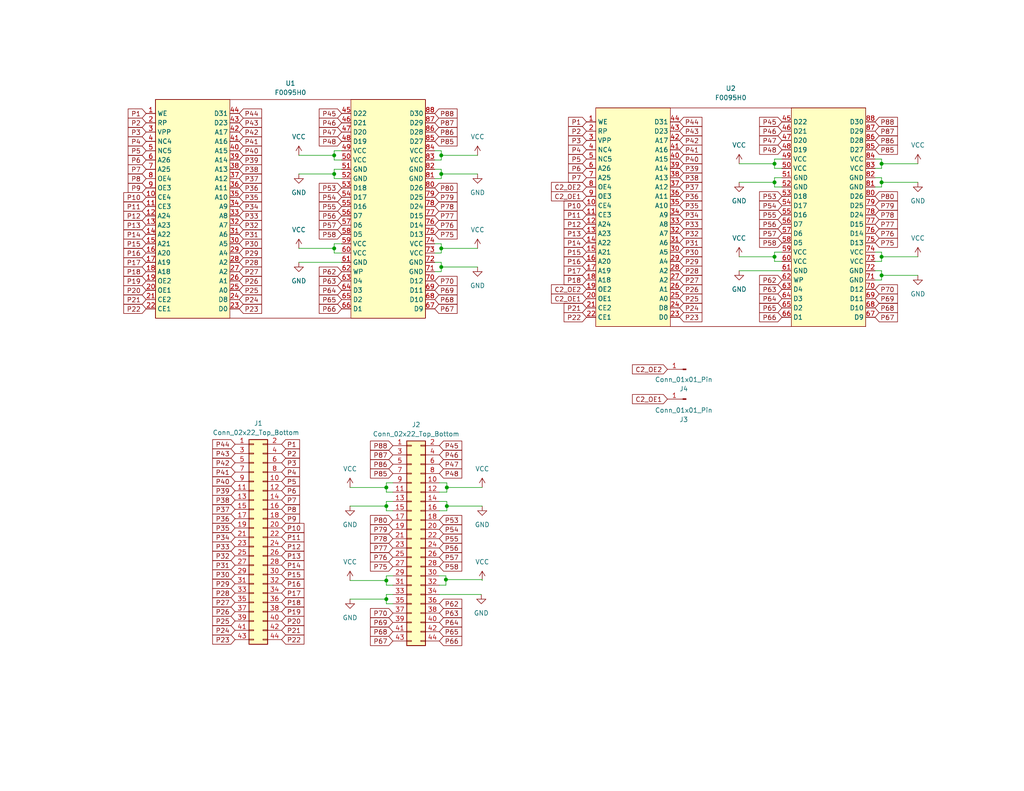
<source format=kicad_sch>
(kicad_sch (version 20230121) (generator eeschema)
  (paper "USLetter")
  (title_block (title "NeoGeo 161in1 Dual Daughterboard") (date "${REV}") (rev "${REV}"))
  (lib_symbols
    (symbol "Connector:Conn_01x01_Pin" (pin_names (offset 1.016) hide)
      (property "Reference" "J" (at 0 2.54 0))
      (property "Value" "Conn_01x01_Pin" (at 0 -2.54 0))
      (symbol "Conn_01x01_Pin_1_1"
        (polyline (pts (xy 1.27 0) (xy 0.8636 0)) (stroke (width 0.1524)))
        (rectangle (start 0.8636 0.127) (end 0 -0.127) (stroke (width 0.1524)) (fill (type outline)))
        (pin passive line (at 5.08 0 180) (length 3.81) (name "Pin_1") (number "1"))
      )
    )
    (symbol "Connector_Generic:Conn_02x22_Odd_Even" (pin_names (offset 1.016) hide)
      (property "Reference" "J" (at 1.27 27.94 0))
      (property "Value" "Conn_02x22_Odd_Even" (at 1.27 -30.48 0))
      (symbol "Conn_02x22_Odd_Even_1_1"
        (rectangle (start -1.27 -27.813) (end 0 -28.067) (stroke (width 0.1524)))
        (rectangle (start -1.27 -25.273) (end 0 -25.527) (stroke (width 0.1524)))
        (rectangle (start -1.27 -22.733) (end 0 -22.987) (stroke (width 0.1524)))
        (rectangle (start -1.27 -20.193) (end 0 -20.447) (stroke (width 0.1524)))
        (rectangle (start -1.27 -17.653) (end 0 -17.907) (stroke (width 0.1524)))
        (rectangle (start -1.27 -15.113) (end 0 -15.367) (stroke (width 0.1524)))
        (rectangle (start -1.27 -12.573) (end 0 -12.827) (stroke (width 0.1524)))
        (rectangle (start -1.27 -10.033) (end 0 -10.287) (stroke (width 0.1524)))
        (rectangle (start -1.27 -7.493) (end 0 -7.747) (stroke (width 0.1524)))
        (rectangle (start -1.27 -4.953) (end 0 -5.207) (stroke (width 0.1524)))
        (rectangle (start -1.27 -2.413) (end 0 -2.667) (stroke (width 0.1524)))
        (rectangle (start -1.27 0.127) (end 0 -0.127) (stroke (width 0.1524)))
        (rectangle (start -1.27 2.667) (end 0 2.413) (stroke (width 0.1524)))
        (rectangle (start -1.27 5.207) (end 0 4.953) (stroke (width 0.1524)))
        (rectangle (start -1.27 7.747) (end 0 7.493) (stroke (width 0.1524)))
        (rectangle (start -1.27 10.287) (end 0 10.033) (stroke (width 0.1524)))
        (rectangle (start -1.27 12.827) (end 0 12.573) (stroke (width 0.1524)))
        (rectangle (start -1.27 15.367) (end 0 15.113) (stroke (width 0.1524)))
        (rectangle (start -1.27 17.907) (end 0 17.653) (stroke (width 0.1524)))
        (rectangle (start -1.27 20.447) (end 0 20.193) (stroke (width 0.1524)))
        (rectangle (start -1.27 22.987) (end 0 22.733) (stroke (width 0.1524)))
        (rectangle (start -1.27 25.527) (end 0 25.273) (stroke (width 0.1524)))
        (rectangle (start -1.27 26.67) (end 3.81 -29.21) (stroke (width 0.254)) (fill (type background)))
        (rectangle (start 3.81 -27.813) (end 2.54 -28.067) (stroke (width 0.1524)))
        (rectangle (start 3.81 -25.273) (end 2.54 -25.527) (stroke (width 0.1524)))
        (rectangle (start 3.81 -22.733) (end 2.54 -22.987) (stroke (width 0.1524)))
        (rectangle (start 3.81 -20.193) (end 2.54 -20.447) (stroke (width 0.1524)))
        (rectangle (start 3.81 -17.653) (end 2.54 -17.907) (stroke (width 0.1524)))
        (rectangle (start 3.81 -15.113) (end 2.54 -15.367) (stroke (width 0.1524)))
        (rectangle (start 3.81 -12.573) (end 2.54 -12.827) (stroke (width 0.1524)))
        (rectangle (start 3.81 -10.033) (end 2.54 -10.287) (stroke (width 0.1524)))
        (rectangle (start 3.81 -7.493) (end 2.54 -7.747) (stroke (width 0.1524)))
        (rectangle (start 3.81 -4.953) (end 2.54 -5.207) (stroke (width 0.1524)))
        (rectangle (start 3.81 -2.413) (end 2.54 -2.667) (stroke (width 0.1524)))
        (rectangle (start 3.81 0.127) (end 2.54 -0.127) (stroke (width 0.1524)))
        (rectangle (start 3.81 2.667) (end 2.54 2.413) (stroke (width 0.1524)))
        (rectangle (start 3.81 5.207) (end 2.54 4.953) (stroke (width 0.1524)))
        (rectangle (start 3.81 7.747) (end 2.54 7.493) (stroke (width 0.1524)))
        (rectangle (start 3.81 10.287) (end 2.54 10.033) (stroke (width 0.1524)))
        (rectangle (start 3.81 12.827) (end 2.54 12.573) (stroke (width 0.1524)))
        (rectangle (start 3.81 15.367) (end 2.54 15.113) (stroke (width 0.1524)))
        (rectangle (start 3.81 17.907) (end 2.54 17.653) (stroke (width 0.1524)))
        (rectangle (start 3.81 20.447) (end 2.54 20.193) (stroke (width 0.1524)))
        (rectangle (start 3.81 22.987) (end 2.54 22.733) (stroke (width 0.1524)))
        (rectangle (start 3.81 25.527) (end 2.54 25.273) (stroke (width 0.1524)))
        (pin passive line (at -5.08 25.4 0) (length 3.81) (name "Pin_1") (number "1"))
        (pin passive line (at 7.62 15.24 180) (length 3.81) (name "Pin_10") (number "10"))
        (pin passive line (at -5.08 12.7 0) (length 3.81) (name "Pin_11") (number "11"))
        (pin passive line (at 7.62 12.7 180) (length 3.81) (name "Pin_12") (number "12"))
        (pin passive line (at -5.08 10.16 0) (length 3.81) (name "Pin_13") (number "13"))
        (pin passive line (at 7.62 10.16 180) (length 3.81) (name "Pin_14") (number "14"))
        (pin passive line (at -5.08 7.62 0) (length 3.81) (name "Pin_15") (number "15"))
        (pin passive line (at 7.62 7.62 180) (length 3.81) (name "Pin_16") (number "16"))
        (pin passive line (at -5.08 5.08 0) (length 3.81) (name "Pin_17") (number "17"))
        (pin passive line (at 7.62 5.08 180) (length 3.81) (name "Pin_18") (number "18"))
        (pin passive line (at -5.08 2.54 0) (length 3.81) (name "Pin_19") (number "19"))
        (pin passive line (at 7.62 25.4 180) (length 3.81) (name "Pin_2") (number "2"))
        (pin passive line (at 7.62 2.54 180) (length 3.81) (name "Pin_20") (number "20"))
        (pin passive line (at -5.08 0 0) (length 3.81) (name "Pin_21") (number "21"))
        (pin passive line (at 7.62 0 180) (length 3.81) (name "Pin_22") (number "22"))
        (pin passive line (at -5.08 -2.54 0) (length 3.81) (name "Pin_23") (number "23"))
        (pin passive line (at 7.62 -2.54 180) (length 3.81) (name "Pin_24") (number "24"))
        (pin passive line (at -5.08 -5.08 0) (length 3.81) (name "Pin_25") (number "25"))
        (pin passive line (at 7.62 -5.08 180) (length 3.81) (name "Pin_26") (number "26"))
        (pin passive line (at -5.08 -7.62 0) (length 3.81) (name "Pin_27") (number "27"))
        (pin passive line (at 7.62 -7.62 180) (length 3.81) (name "Pin_28") (number "28"))
        (pin passive line (at -5.08 -10.16 0) (length 3.81) (name "Pin_29") (number "29"))
        (pin passive line (at -5.08 22.86 0) (length 3.81) (name "Pin_3") (number "3"))
        (pin passive line (at 7.62 -10.16 180) (length 3.81) (name "Pin_30") (number "30"))
        (pin passive line (at -5.08 -12.7 0) (length 3.81) (name "Pin_31") (number "31"))
        (pin passive line (at 7.62 -12.7 180) (length 3.81) (name "Pin_32") (number "32"))
        (pin passive line (at -5.08 -15.24 0) (length 3.81) (name "Pin_33") (number "33"))
        (pin passive line (at 7.62 -15.24 180) (length 3.81) (name "Pin_34") (number "34"))
        (pin passive line (at -5.08 -17.78 0) (length 3.81) (name "Pin_35") (number "35"))
        (pin passive line (at 7.62 -17.78 180) (length 3.81) (name "Pin_36") (number "36"))
        (pin passive line (at -5.08 -20.32 0) (length 3.81) (name "Pin_37") (number "37"))
        (pin passive line (at 7.62 -20.32 180) (length 3.81) (name "Pin_38") (number "38"))
        (pin passive line (at -5.08 -22.86 0) (length 3.81) (name "Pin_39") (number "39"))
        (pin passive line (at 7.62 22.86 180) (length 3.81) (name "Pin_4") (number "4"))
        (pin passive line (at 7.62 -22.86 180) (length 3.81) (name "Pin_40") (number "40"))
        (pin passive line (at -5.08 -25.4 0) (length 3.81) (name "Pin_41") (number "41"))
        (pin passive line (at 7.62 -25.4 180) (length 3.81) (name "Pin_42") (number "42"))
        (pin passive line (at -5.08 -27.94 0) (length 3.81) (name "Pin_43") (number "43"))
        (pin passive line (at 7.62 -27.94 180) (length 3.81) (name "Pin_44") (number "44"))
        (pin passive line (at -5.08 20.32 0) (length 3.81) (name "Pin_5") (number "5"))
        (pin passive line (at 7.62 20.32 180) (length 3.81) (name "Pin_6") (number "6"))
        (pin passive line (at -5.08 17.78 0) (length 3.81) (name "Pin_7") (number "7"))
        (pin passive line (at 7.62 17.78 180) (length 3.81) (name "Pin_8") (number "8"))
        (pin passive line (at -5.08 15.24 0) (length 3.81) (name "Pin_9") (number "9"))
      )
    )
    (symbol "neogeo-161in1-dual-daughterboard:F0095H0"
      (property "Reference" "U" (at 0 34.29 0))
      (property "Value" "F0095H0" (at 0 31.75 0))
      (symbol "F0095H0_0_0"
        (pin input line (at -39.37 26.67 0) (length 2.54) (name "WE") (number "1"))
        (pin input line (at -39.37 3.81 0) (length 2.54) (name "CE4") (number "10"))
        (pin input line (at -39.37 1.27 0) (length 2.54) (name "CE3") (number "11"))
        (pin input line (at -39.37 -1.27 0) (length 2.54) (name "A24") (number "12"))
        (pin input line (at -39.37 -3.81 0) (length 2.54) (name "A23") (number "13"))
        (pin input line (at -39.37 -6.35 0) (length 2.54) (name "A22") (number "14"))
        (pin input line (at -39.37 -8.89 0) (length 2.54) (name "A21") (number "15"))
        (pin input line (at -39.37 -11.43 0) (length 2.54) (name "A20") (number "16"))
        (pin input line (at -39.37 -13.97 0) (length 2.54) (name "A19") (number "17"))
        (pin input line (at -39.37 -16.51 0) (length 2.54) (name "A18") (number "18"))
        (pin input line (at -39.37 -19.05 0) (length 2.54) (name "OE2") (number "19"))
        (pin input line (at -39.37 24.13 0) (length 2.54) (name "RP") (number "2"))
        (pin input line (at -39.37 -21.59 0) (length 2.54) (name "OE1") (number "20"))
        (pin input line (at -39.37 -24.13 0) (length 2.54) (name "CE2") (number "21"))
        (pin input line (at -39.37 -26.67 0) (length 2.54) (name "CE1") (number "22"))
        (pin input line (at -13.97 -26.67 180) (length 2.54) (name "D0") (number "23"))
        (pin input line (at -13.97 -24.13 180) (length 2.54) (name "D8") (number "24"))
        (pin input line (at -13.97 -21.59 180) (length 2.54) (name "A0") (number "25"))
        (pin input line (at -13.97 -19.05 180) (length 2.54) (name "A1") (number "26"))
        (pin input line (at -13.97 -16.51 180) (length 2.54) (name "A2") (number "27"))
        (pin input line (at -13.97 -13.97 180) (length 2.54) (name "A2") (number "28"))
        (pin input line (at -13.97 -11.43 180) (length 2.54) (name "A4") (number "29"))
        (pin input line (at -39.37 21.59 0) (length 2.54) (name "VPP") (number "3"))
        (pin input line (at -13.97 -8.89 180) (length 2.54) (name "A5") (number "30"))
        (pin input line (at -13.97 -6.35 180) (length 2.54) (name "A6") (number "31"))
        (pin input line (at -13.97 -3.81 180) (length 2.54) (name "A7") (number "32"))
        (pin input line (at -13.97 -1.27 180) (length 2.54) (name "A8") (number "33"))
        (pin input line (at -13.97 1.27 180) (length 2.54) (name "A9") (number "34"))
        (pin input line (at -13.97 3.81 180) (length 2.54) (name "A10") (number "35"))
        (pin input line (at -13.97 6.35 180) (length 2.54) (name "A11") (number "36"))
        (pin input line (at -13.97 8.89 180) (length 2.54) (name "A12") (number "37"))
        (pin input line (at -13.97 11.43 180) (length 2.54) (name "A13") (number "38"))
        (pin input line (at -13.97 13.97 180) (length 2.54) (name "A14") (number "39"))
        (pin input line (at -13.97 16.51 180) (length 2.54) (name "A15") (number "40"))
        (pin input line (at -13.97 19.05 180) (length 2.54) (name "A16") (number "41"))
        (pin input line (at -13.97 21.59 180) (length 2.54) (name "A17") (number "42"))
        (pin bidirectional line (at -13.97 24.13 180) (length 2.54) (name "D23") (number "43"))
        (pin bidirectional line (at -13.97 26.67 180) (length 2.54) (name "D31") (number "44"))
        (pin bidirectional line (at 13.97 26.67 0) (length 2.54) (name "D22") (number "45"))
        (pin bidirectional line (at 13.97 24.13 0) (length 2.54) (name "D21") (number "46"))
        (pin bidirectional line (at 13.97 21.59 0) (length 2.54) (name "D20") (number "47"))
        (pin bidirectional line (at 13.97 19.05 0) (length 2.54) (name "D19") (number "48"))
        (pin power_in line (at 13.97 16.51 0) (length 2.54) (name "VCC") (number "49"))
        (pin power_in line (at 13.97 13.97 0) (length 2.54) (name "VCC") (number "50"))
        (pin power_in line (at 13.97 11.43 0) (length 2.54) (name "GND") (number "51"))
        (pin power_in line (at 13.97 8.89 0) (length 2.54) (name "GND") (number "52"))
        (pin bidirectional line (at 13.97 6.35 0) (length 2.54) (name "D18") (number "53"))
        (pin bidirectional line (at 13.97 3.81 0) (length 2.54) (name "D17") (number "54"))
        (pin bidirectional line (at 13.97 1.27 0) (length 2.54) (name "D16") (number "55"))
        (pin bidirectional line (at 13.97 -1.27 0) (length 2.54) (name "D7") (number "56"))
        (pin bidirectional line (at 13.97 -3.81 0) (length 2.54) (name "D6") (number "57"))
        (pin bidirectional line (at 13.97 -6.35 0) (length 2.54) (name "D5") (number "58"))
        (pin power_in line (at 13.97 -8.89 0) (length 2.54) (name "VCC") (number "59"))
        (pin input line (at -39.37 13.97 0) (length 2.54) (name "A26") (number "6"))
        (pin power_in line (at 13.97 -11.43 0) (length 2.54) (name "VCC") (number "60"))
        (pin power_in line (at 13.97 -13.97 0) (length 2.54) (name "GND") (number "61"))
        (pin input line (at 13.97 -16.51 0) (length 2.54) (name "WP") (number "62"))
        (pin bidirectional line (at 13.97 -19.05 0) (length 2.54) (name "D4") (number "63"))
        (pin bidirectional line (at 13.97 -21.59 0) (length 2.54) (name "D3") (number "64"))
        (pin bidirectional line (at 13.97 -24.13 0) (length 2.54) (name "D2") (number "65"))
        (pin bidirectional line (at 13.97 -26.67 0) (length 2.54) (name "D1") (number "66"))
        (pin bidirectional line (at 39.37 -26.67 180) (length 2.54) (name "D9") (number "67"))
        (pin bidirectional line (at 39.37 -24.13 180) (length 2.54) (name "D10") (number "68"))
        (pin bidirectional line (at 39.37 -21.59 180) (length 2.54) (name "D11") (number "69"))
        (pin input line (at -39.37 11.43 0) (length 2.54) (name "A25") (number "7"))
        (pin bidirectional line (at 39.37 -19.05 180) (length 2.54) (name "D12") (number "70"))
        (pin power_in line (at 39.37 -16.51 180) (length 2.54) (name "GND") (number "71"))
        (pin power_in line (at 39.37 -13.97 180) (length 2.54) (name "GND") (number "72"))
        (pin power_in line (at 39.37 -11.43 180) (length 2.54) (name "VCC") (number "73"))
        (pin power_in line (at 39.37 -8.89 180) (length 2.54) (name "VCC") (number "74"))
        (pin bidirectional line (at 39.37 -6.35 180) (length 2.54) (name "D13") (number "75"))
        (pin bidirectional line (at 39.37 -3.81 180) (length 2.54) (name "D14") (number "76"))
        (pin bidirectional line (at 39.37 -1.27 180) (length 2.54) (name "D15") (number "77"))
        (pin bidirectional line (at 39.37 1.27 180) (length 2.54) (name "D24") (number "78"))
        (pin bidirectional line (at 39.37 3.81 180) (length 2.54) (name "D25") (number "79"))
        (pin input line (at -39.37 8.89 0) (length 2.54) (name "OE4") (number "8"))
        (pin bidirectional line (at 39.37 6.35 180) (length 2.54) (name "D26") (number "80"))
        (pin power_in line (at 39.37 8.89 180) (length 2.54) (name "GND") (number "81"))
        (pin power_in line (at 39.37 11.43 180) (length 2.54) (name "GND") (number "82"))
        (pin power_in line (at 39.37 13.97 180) (length 2.54) (name "VCC") (number "83"))
        (pin power_in line (at 39.37 16.51 180) (length 2.54) (name "VCC") (number "84"))
        (pin bidirectional line (at 39.37 19.05 180) (length 2.54) (name "D27") (number "85"))
        (pin bidirectional line (at 39.37 21.59 180) (length 2.54) (name "D28") (number "86"))
        (pin bidirectional line (at 39.37 24.13 180) (length 2.54) (name "D29") (number "87"))
        (pin bidirectional line (at 39.37 26.67 180) (length 2.54) (name "D30") (number "88"))
        (pin input line (at -39.37 6.35 0) (length 2.54) (name "OE3") (number "9"))
      )
      (symbol "F0095H0_1_0"
        (pin passive line (at -39.37 19.05 0) (length 2.54) (name "NC4") (number "4"))
        (pin passive line (at -39.37 16.51 0) (length 2.54) (name "NC5") (number "5"))
      )
      (symbol "F0095H0_1_1"
        (rectangle (start -36.83 30.48) (end -16.51 -29.21) (fill (type background)))
        (rectangle (start -36.83 30.48) (end 36.83 -29.21))
        (rectangle (start 16.51 30.48) (end 36.83 -29.21) (fill (type background)))
      )
    )
    (symbol "power:GND" (power) (pin_names (offset 0))
      (property "Value" "GND" (at 0 -3.81 0))
      (symbol "GND_0_1"
        (polyline (pts (xy 0 0) (xy 0 -1.27) (xy 1.27 -1.27) (xy 0 -2.54) (xy -1.27 -1.27) (xy 0 -1.27)))
      )
      (symbol "GND_1_1"
        (pin power_in line (at 0 0 270) (length 0) hide (name "GND") (number "1"))
      )
    )
    (symbol "power:VCC" (power) (pin_names (offset 0))
      (property "Value" "VCC" (at 0 3.81 0))
      (symbol "VCC_0_1"
        (polyline (pts (xy -0.762 1.27) (xy 0 2.54)))
        (polyline (pts (xy 0 0) (xy 0 2.54)))
        (polyline (pts (xy 0 2.54) (xy 0.762 1.27)))
      )
      (symbol "VCC_1_1"
        (pin power_in line (at 0 0 90) (length 0) hide (name "VCC") (number "1"))
      )
    )
  )
  (junction (at 105.41 158.496))
  (junction (at 211.328 49.784))
  (junction (at 121.92 133.096))
  (junction (at 240.538 44.704))
  (junction (at 211.328 70.104))
  (junction (at 105.41 163.576))
  (junction (at 105.41 138.176))
  (junction (at 91.186 67.818))
  (junction (at 120.396 67.818))
  (junction (at 240.538 70.104))
  (junction (at 120.396 42.418))
  (junction (at 121.666 158.242))
  (junction (at 240.538 49.784))
  (junction (at 120.396 72.898))
  (junction (at 240.538 75.184))
  (junction (at 121.92 138.176))
  (junction (at 91.186 47.498))
  (junction (at 105.41 133.096))
  (junction (at 120.396 47.498))
  (junction (at 211.328 44.704))
  (junction (at 91.186 42.418))
  (wire (pts (xy 120.396 69.088) (xy 118.618 69.088)))
  (wire (pts (xy 121.92 136.906) (xy 119.888 136.906)))
  (wire (pts (xy 91.186 46.228) (xy 93.218 46.228)))
  (wire (pts (xy 105.41 157.226) (xy 107.188 157.226)))
  (wire (pts (xy 130.302 47.498) (xy 120.396 47.498)))
  (wire (pts (xy 120.396 67.818) (xy 120.396 69.088)))
  (wire (pts (xy 105.41 157.226) (xy 105.41 158.496)))
  (wire (pts (xy 240.538 70.104) (xy 240.538 71.374)))
  (wire (pts (xy 211.328 70.104) (xy 211.328 71.374)))
  (wire (pts (xy 240.538 68.834) (xy 238.76 68.834)))
  (wire (pts (xy 91.186 66.548) (xy 91.186 67.818)))
  (wire (pts (xy 120.396 48.768) (xy 118.618 48.768)))
  (wire (pts (xy 95.504 138.176) (xy 105.41 138.176)))
  (wire (pts (xy 211.328 43.434) (xy 211.328 44.704)))
  (wire (pts (xy 211.328 71.374) (xy 213.36 71.374)))
  (wire (pts (xy 211.328 44.704) (xy 211.328 45.974)))
  (wire (pts (xy 120.396 42.418) (xy 120.396 43.688)))
  (wire (pts (xy 211.328 68.834) (xy 213.36 68.834)))
  (wire (pts (xy 201.676 70.104) (xy 211.328 70.104)))
  (wire (pts (xy 105.41 159.766) (xy 107.188 159.766)))
  (wire (pts (xy 121.666 157.226) (xy 121.666 158.242)))
  (wire (pts (xy 120.396 46.228) (xy 120.396 47.498)))
  (wire (pts (xy 91.186 69.088) (xy 93.218 69.088)))
  (wire (pts (xy 121.666 158.242) (xy 121.666 159.766)))
  (wire (pts (xy 240.538 76.454) (xy 238.76 76.454)))
  (wire (pts (xy 91.186 42.418) (xy 91.186 43.688)))
  (wire (pts (xy 91.186 48.768) (xy 93.218 48.768)))
  (wire (pts (xy 121.92 138.176) (xy 121.92 139.446)))
  (wire (pts (xy 105.41 131.826) (xy 105.41 133.096)))
  (wire (pts (xy 131.318 162.306) (xy 119.888 162.306)))
  (wire (pts (xy 250.444 49.784) (xy 240.538 49.784)))
  (wire (pts (xy 121.92 133.096) (xy 121.92 134.366)))
  (wire (pts (xy 91.186 47.498) (xy 91.186 48.768)))
  (wire (pts (xy 211.328 48.514) (xy 213.36 48.514)))
  (wire (pts (xy 121.92 131.826) (xy 119.888 131.826)))
  (wire (pts (xy 120.396 66.548) (xy 118.618 66.548)))
  (wire (pts (xy 95.504 158.496) (xy 105.41 158.496)))
  (wire (pts (xy 201.676 49.784) (xy 211.328 49.784)))
  (wire (pts (xy 121.92 131.826) (xy 121.92 133.096)))
  (wire (pts (xy 121.666 157.226) (xy 119.888 157.226)))
  (wire (pts (xy 95.504 163.576) (xy 105.41 163.576)))
  (wire (pts (xy 240.538 49.784) (xy 240.538 51.054)))
  (wire (pts (xy 211.328 49.784) (xy 211.328 51.054)))
  (wire (pts (xy 105.41 164.846) (xy 107.188 164.846)))
  (wire (pts (xy 120.396 46.228) (xy 118.618 46.228)))
  (wire (pts (xy 121.92 136.906) (xy 121.92 138.176)))
  (wire (pts (xy 105.41 139.446) (xy 107.188 139.446)))
  (wire (pts (xy 91.186 41.148) (xy 93.218 41.148)))
  (wire (pts (xy 120.396 72.898) (xy 120.396 74.168)))
  (wire (pts (xy 105.41 134.366) (xy 107.188 134.366)))
  (wire (pts (xy 240.538 43.434) (xy 240.538 44.704)))
  (wire (pts (xy 120.396 43.688) (xy 118.618 43.688)))
  (wire (pts (xy 120.396 71.628) (xy 120.396 72.898)))
  (wire (pts (xy 131.572 133.096) (xy 121.92 133.096)))
  (wire (pts (xy 211.328 51.054) (xy 213.36 51.054)))
  (wire (pts (xy 211.328 43.434) (xy 213.36 43.434)))
  (wire (pts (xy 121.92 134.366) (xy 119.888 134.366)))
  (wire (pts (xy 120.396 41.148) (xy 118.618 41.148)))
  (wire (pts (xy 81.534 67.818) (xy 91.186 67.818)))
  (wire (pts (xy 120.396 47.498) (xy 120.396 48.768)))
  (wire (pts (xy 240.538 73.914) (xy 240.538 75.184)))
  (wire (pts (xy 130.302 67.818) (xy 120.396 67.818)))
  (wire (pts (xy 91.186 43.688) (xy 93.218 43.688)))
  (wire (pts (xy 81.534 47.498) (xy 91.186 47.498)))
  (wire (pts (xy 240.538 71.374) (xy 238.76 71.374)))
  (wire (pts (xy 120.396 71.628) (xy 118.618 71.628)))
  (wire (pts (xy 105.41 133.096) (xy 105.41 134.366)))
  (wire (pts (xy 81.534 42.418) (xy 91.186 42.418)))
  (wire (pts (xy 131.572 158.242) (xy 131.572 158.496)))
  (wire (pts (xy 91.186 46.228) (xy 91.186 47.498)))
  (wire (pts (xy 105.41 136.906) (xy 107.188 136.906)))
  (wire (pts (xy 121.92 139.446) (xy 119.888 139.446)))
  (wire (pts (xy 131.572 138.176) (xy 121.92 138.176)))
  (wire (pts (xy 105.41 131.826) (xy 107.188 131.826)))
  (wire (pts (xy 105.41 163.576) (xy 105.41 164.846)))
  (wire (pts (xy 240.538 73.914) (xy 238.76 73.914)))
  (wire (pts (xy 201.676 73.914) (xy 213.36 73.914)))
  (wire (pts (xy 81.534 71.628) (xy 93.218 71.628)))
  (wire (pts (xy 105.41 162.306) (xy 107.188 162.306)))
  (wire (pts (xy 240.538 48.514) (xy 240.538 49.784)))
  (wire (pts (xy 250.444 44.704) (xy 240.538 44.704)))
  (wire (pts (xy 120.396 74.168) (xy 118.618 74.168)))
  (wire (pts (xy 201.676 44.704) (xy 211.328 44.704)))
  (wire (pts (xy 131.572 158.242) (xy 121.666 158.242)))
  (wire (pts (xy 240.538 43.434) (xy 238.76 43.434)))
  (wire (pts (xy 240.538 51.054) (xy 238.76 51.054)))
  (wire (pts (xy 240.538 75.184) (xy 240.538 76.454)))
  (wire (pts (xy 120.396 41.148) (xy 120.396 42.418)))
  (wire (pts (xy 130.302 72.898) (xy 120.396 72.898)))
  (wire (pts (xy 211.328 48.514) (xy 211.328 49.784)))
  (wire (pts (xy 250.444 70.104) (xy 240.538 70.104)))
  (wire (pts (xy 105.41 158.496) (xy 105.41 159.766)))
  (wire (pts (xy 120.396 66.548) (xy 120.396 67.818)))
  (wire (pts (xy 121.666 159.766) (xy 119.888 159.766)))
  (wire (pts (xy 105.41 138.176) (xy 105.41 139.446)))
  (wire (pts (xy 211.328 45.974) (xy 213.36 45.974)))
  (wire (pts (xy 95.504 133.096) (xy 105.41 133.096)))
  (wire (pts (xy 240.538 68.834) (xy 240.538 70.104)))
  (wire (pts (xy 130.302 42.418) (xy 120.396 42.418)))
  (wire (pts (xy 91.186 67.818) (xy 91.186 69.088)))
  (wire (pts (xy 91.186 66.548) (xy 93.218 66.548)))
  (wire (pts (xy 105.41 136.906) (xy 105.41 138.176)))
  (wire (pts (xy 240.538 44.704) (xy 240.538 45.974)))
  (wire (pts (xy 105.41 162.306) (xy 105.41 163.576)))
  (wire (pts (xy 240.538 45.974) (xy 238.76 45.974)))
  (wire (pts (xy 211.328 68.834) (xy 211.328 70.104)))
  (wire (pts (xy 91.186 41.148) (xy 91.186 42.418)))
  (wire (pts (xy 240.538 48.514) (xy 238.76 48.514)))
  (wire (pts (xy 250.444 75.184) (xy 240.538 75.184)))
  (global_label "P86" (shape input) (at 107.188 126.746 180) (property "Intersheetrefs" "${INTERSHEET_REFS}" (effects hide)))
  (global_label "P5" (shape input) (at 39.878 41.148 180) (property "Intersheetrefs" "${INTERSHEET_REFS}" (effects hide)))
  (global_label "P36" (shape input) (at 185.42 53.594 0) (property "Intersheetrefs" "${INTERSHEET_REFS}" (effects hide)))
  (global_label "P7" (shape input) (at 76.835 136.525 0) (property "Intersheetrefs" "${INTERSHEET_REFS}" (effects hide)))
  (global_label "P5" (shape input) (at 160.02 43.434 180) (property "Intersheetrefs" "${INTERSHEET_REFS}" (effects hide)))
  (global_label "P88" (shape input) (at 238.76 33.274 0) (property "Intersheetrefs" "${INTERSHEET_REFS}" (effects hide)))
  (global_label "P2" (shape input) (at 39.878 33.528 180) (property "Intersheetrefs" "${INTERSHEET_REFS}" (effects hide)))
  (global_label "P44" (shape input) (at 185.42 33.274 0) (property "Intersheetrefs" "${INTERSHEET_REFS}" (effects hide)))
  (global_label "P24" (shape input) (at 64.135 172.085 180) (property "Intersheetrefs" "${INTERSHEET_REFS}" (effects hide)))
  (global_label "P10" (shape input) (at 76.835 144.145 0) (property "Intersheetrefs" "${INTERSHEET_REFS}" (effects hide)))
  (global_label "P87" (shape input) (at 107.188 124.206 180) (property "Intersheetrefs" "${INTERSHEET_REFS}" (effects hide)))
  (global_label "P4" (shape input) (at 39.878 38.608 180) (property "Intersheetrefs" "${INTERSHEET_REFS}" (effects hide)))
  (global_label "P8" (shape input) (at 76.835 139.065 0) (property "Intersheetrefs" "${INTERSHEET_REFS}" (effects hide)))
  (global_label "P26" (shape input) (at 185.42 78.994 0) (property "Intersheetrefs" "${INTERSHEET_REFS}" (effects hide)))
  (global_label "P65" (shape input) (at 213.36 84.074 180) (property "Intersheetrefs" "${INTERSHEET_REFS}" (effects hide)))
  (global_label "P39" (shape input) (at 65.278 43.688 0) (property "Intersheetrefs" "${INTERSHEET_REFS}" (effects hide)))
  (global_label "P6" (shape input) (at 76.835 133.985 0) (property "Intersheetrefs" "${INTERSHEET_REFS}" (effects hide)))
  (global_label "P23" (shape input) (at 64.135 174.625 180) (property "Intersheetrefs" "${INTERSHEET_REFS}" (effects hide)))
  (global_label "P87" (shape input) (at 118.618 33.528 0) (property "Intersheetrefs" "${INTERSHEET_REFS}" (effects hide)))
  (global_label "P10" (shape input) (at 39.878 53.848 180) (property "Intersheetrefs" "${INTERSHEET_REFS}" (effects hide)))
  (global_label "P42" (shape input) (at 185.42 38.354 0) (property "Intersheetrefs" "${INTERSHEET_REFS}" (effects hide)))
  (global_label "P85" (shape input) (at 118.618 38.608 0) (property "Intersheetrefs" "${INTERSHEET_REFS}" (effects hide)))
  (global_label "P88" (shape input) (at 107.188 121.666 180) (property "Intersheetrefs" "${INTERSHEET_REFS}" (effects hide)))
  (global_label "P45" (shape input) (at 119.888 121.666 0) (property "Intersheetrefs" "${INTERSHEET_REFS}" (effects hide)))
  (global_label "P31" (shape input) (at 64.135 154.305 180) (property "Intersheetrefs" "${INTERSHEET_REFS}" (effects hide)))
  (global_label "P56" (shape input) (at 93.218 58.928 180) (property "Intersheetrefs" "${INTERSHEET_REFS}" (effects hide)))
  (global_label "P24" (shape input) (at 65.278 81.788 0) (property "Intersheetrefs" "${INTERSHEET_REFS}" (effects hide)))
  (global_label "P53" (shape input) (at 93.218 51.308 180) (property "Intersheetrefs" "${INTERSHEET_REFS}" (effects hide)))
  (global_label "P62" (shape input) (at 93.218 74.168 180) (property "Intersheetrefs" "${INTERSHEET_REFS}" (effects hide)))
  (global_label "P16" (shape input) (at 39.878 69.088 180) (property "Intersheetrefs" "${INTERSHEET_REFS}" (effects hide)))
  (global_label "P58" (shape input) (at 93.218 64.008 180) (property "Intersheetrefs" "${INTERSHEET_REFS}" (effects hide)))
  (global_label "P7" (shape input) (at 160.02 48.514 180) (property "Intersheetrefs" "${INTERSHEET_REFS}" (effects hide)))
  (global_label "P17" (shape input) (at 160.02 73.914 180) (property "Intersheetrefs" "${INTERSHEET_REFS}" (effects hide)))
  (global_label "P54" (shape input) (at 213.36 56.134 180) (property "Intersheetrefs" "${INTERSHEET_REFS}" (effects hide)))
  (global_label "P86" (shape input) (at 238.76 38.354 0) (property "Intersheetrefs" "${INTERSHEET_REFS}" (effects hide)))
  (global_label "P40" (shape input) (at 64.135 131.445 180) (property "Intersheetrefs" "${INTERSHEET_REFS}" (effects hide)))
  (global_label "P1" (shape input) (at 160.02 33.274 180) (property "Intersheetrefs" "${INTERSHEET_REFS}" (effects hide)))
  (global_label "C2_OE1" (shape input) (at 160.02 53.594 180) (property "Intersheetrefs" "${INTERSHEET_REFS}" (effects hide)))
  (global_label "P45" (shape input) (at 213.36 33.274 180) (property "Intersheetrefs" "${INTERSHEET_REFS}" (effects hide)))
  (global_label "P28" (shape input) (at 64.135 161.925 180) (property "Intersheetrefs" "${INTERSHEET_REFS}" (effects hide)))
  (global_label "P34" (shape input) (at 64.135 146.685 180) (property "Intersheetrefs" "${INTERSHEET_REFS}" (effects hide)))
  (global_label "P54" (shape input) (at 93.218 53.848 180) (property "Intersheetrefs" "${INTERSHEET_REFS}" (effects hide)))
  (global_label "P18" (shape input) (at 76.835 164.465 0) (property "Intersheetrefs" "${INTERSHEET_REFS}" (effects hide)))
  (global_label "P17" (shape input) (at 76.835 161.925 0) (property "Intersheetrefs" "${INTERSHEET_REFS}" (effects hide)))
  (global_label "P47" (shape input) (at 93.218 36.068 180) (property "Intersheetrefs" "${INTERSHEET_REFS}" (effects hide)))
  (global_label "P53" (shape input) (at 119.888 141.986 0) (property "Intersheetrefs" "${INTERSHEET_REFS}" (effects hide)))
  (global_label "P68" (shape input) (at 107.188 172.466 180) (property "Intersheetrefs" "${INTERSHEET_REFS}" (effects hide)))
  (global_label "P64" (shape input) (at 119.888 169.926 0) (property "Intersheetrefs" "${INTERSHEET_REFS}" (effects hide)))
  (global_label "P13" (shape input) (at 160.02 63.754 180) (property "Intersheetrefs" "${INTERSHEET_REFS}" (effects hide)))
  (global_label "P12" (shape input) (at 160.02 61.214 180) (property "Intersheetrefs" "${INTERSHEET_REFS}" (effects hide)))
  (global_label "P9" (shape input) (at 39.878 51.308 180) (property "Intersheetrefs" "${INTERSHEET_REFS}" (effects hide)))
  (global_label "P41" (shape input) (at 64.135 128.905 180) (property "Intersheetrefs" "${INTERSHEET_REFS}" (effects hide)))
  (global_label "P40" (shape input) (at 65.278 41.148 0) (property "Intersheetrefs" "${INTERSHEET_REFS}" (effects hide)))
  (global_label "P62" (shape input) (at 213.36 76.454 180) (property "Intersheetrefs" "${INTERSHEET_REFS}" (effects hide)))
  (global_label "P77" (shape input) (at 118.618 58.928 0) (property "Intersheetrefs" "${INTERSHEET_REFS}" (effects hide)))
  (global_label "P48" (shape input) (at 213.36 40.894 180) (property "Intersheetrefs" "${INTERSHEET_REFS}" (effects hide)))
  (global_label "P55" (shape input) (at 119.888 147.066 0) (property "Intersheetrefs" "${INTERSHEET_REFS}" (effects hide)))
  (global_label "P27" (shape input) (at 185.42 76.454 0) (property "Intersheetrefs" "${INTERSHEET_REFS}" (effects hide)))
  (global_label "P11" (shape input) (at 76.835 146.685 0) (property "Intersheetrefs" "${INTERSHEET_REFS}" (effects hide)))
  (global_label "P16" (shape input) (at 160.02 71.374 180) (property "Intersheetrefs" "${INTERSHEET_REFS}" (effects hide)))
  (global_label "P68" (shape input) (at 118.618 81.788 0) (property "Intersheetrefs" "${INTERSHEET_REFS}" (effects hide)))
  (global_label "P16" (shape input) (at 76.835 159.385 0) (property "Intersheetrefs" "${INTERSHEET_REFS}" (effects hide)))
  (global_label "P80" (shape input) (at 107.188 141.986 180) (property "Intersheetrefs" "${INTERSHEET_REFS}" (effects hide)))
  (global_label "P23" (shape input) (at 65.278 84.328 0) (property "Intersheetrefs" "${INTERSHEET_REFS}" (effects hide)))
  (global_label "P38" (shape input) (at 64.135 136.525 180) (property "Intersheetrefs" "${INTERSHEET_REFS}" (effects hide)))
  (global_label "P10" (shape input) (at 160.02 56.134 180) (property "Intersheetrefs" "${INTERSHEET_REFS}" (effects hide)))
  (global_label "P32" (shape input) (at 185.42 63.754 0) (property "Intersheetrefs" "${INTERSHEET_REFS}" (effects hide)))
  (global_label "P20" (shape input) (at 76.835 169.545 0) (property "Intersheetrefs" "${INTERSHEET_REFS}" (effects hide)))
  (global_label "P43" (shape input) (at 185.42 35.814 0) (property "Intersheetrefs" "${INTERSHEET_REFS}" (effects hide)))
  (global_label "P34" (shape input) (at 185.42 58.674 0) (property "Intersheetrefs" "${INTERSHEET_REFS}" (effects hide)))
  (global_label "P67" (shape input) (at 238.76 86.614 0) (property "Intersheetrefs" "${INTERSHEET_REFS}" (effects hide)))
  (global_label "P85" (shape input) (at 107.188 129.286 180) (property "Intersheetrefs" "${INTERSHEET_REFS}" (effects hide)))
  (global_label "P33" (shape input) (at 65.278 58.928 0) (property "Intersheetrefs" "${INTERSHEET_REFS}" (effects hide)))
  (global_label "P79" (shape input) (at 118.618 53.848 0) (property "Intersheetrefs" "${INTERSHEET_REFS}" (effects hide)))
  (global_label "P64" (shape input) (at 93.218 79.248 180) (property "Intersheetrefs" "${INTERSHEET_REFS}" (effects hide)))
  (global_label "P4" (shape input) (at 160.02 40.894 180) (property "Intersheetrefs" "${INTERSHEET_REFS}" (effects hide)))
  (global_label "P3" (shape input) (at 76.835 126.365 0) (property "Intersheetrefs" "${INTERSHEET_REFS}" (effects hide)))
  (global_label "P17" (shape input) (at 39.878 71.628 180) (property "Intersheetrefs" "${INTERSHEET_REFS}" (effects hide)))
  (global_label "P47" (shape input) (at 213.36 38.354 180) (property "Intersheetrefs" "${INTERSHEET_REFS}" (effects hide)))
  (global_label "P39" (shape input) (at 185.42 45.974 0) (property "Intersheetrefs" "${INTERSHEET_REFS}" (effects hide)))
  (global_label "P66" (shape input) (at 119.888 175.006 0) (property "Intersheetrefs" "${INTERSHEET_REFS}" (effects hide)))
  (global_label "P64" (shape input) (at 213.36 81.534 180) (property "Intersheetrefs" "${INTERSHEET_REFS}" (effects hide)))
  (global_label "P26" (shape input) (at 65.278 76.708 0) (property "Intersheetrefs" "${INTERSHEET_REFS}" (effects hide)))
  (global_label "P63" (shape input) (at 119.888 167.386 0) (property "Intersheetrefs" "${INTERSHEET_REFS}" (effects hide)))
  (global_label "P29" (shape input) (at 64.135 159.385 180) (property "Intersheetrefs" "${INTERSHEET_REFS}" (effects hide)))
  (global_label "P22" (shape input) (at 39.878 84.328 180) (property "Intersheetrefs" "${INTERSHEET_REFS}" (effects hide)))
  (global_label "P76" (shape input) (at 107.188 152.146 180) (property "Intersheetrefs" "${INTERSHEET_REFS}" (effects hide)))
  (global_label "P79" (shape input) (at 107.188 144.526 180) (property "Intersheetrefs" "${INTERSHEET_REFS}" (effects hide)))
  (global_label "P21" (shape input) (at 76.835 172.085 0) (property "Intersheetrefs" "${INTERSHEET_REFS}" (effects hide)))
  (global_label "P1" (shape input) (at 76.835 121.285 0) (property "Intersheetrefs" "${INTERSHEET_REFS}" (effects hide)))
  (global_label "P24" (shape input) (at 185.42 84.074 0) (property "Intersheetrefs" "${INTERSHEET_REFS}" (effects hide)))
  (global_label "P13" (shape input) (at 76.835 151.765 0) (property "Intersheetrefs" "${INTERSHEET_REFS}" (effects hide)))
  (global_label "P57" (shape input) (at 93.218 61.468 180) (property "Intersheetrefs" "${INTERSHEET_REFS}" (effects hide)))
  (global_label "P68" (shape input) (at 238.76 84.074 0) (property "Intersheetrefs" "${INTERSHEET_REFS}" (effects hide)))
  (global_label "P38" (shape input) (at 185.42 48.514 0) (property "Intersheetrefs" "${INTERSHEET_REFS}" (effects hide)))
  (global_label "P77" (shape input) (at 107.188 149.606 180) (property "Intersheetrefs" "${INTERSHEET_REFS}" (effects hide)))
  (global_label "P22" (shape input) (at 160.02 86.614 180) (property "Intersheetrefs" "${INTERSHEET_REFS}" (effects hide)))
  (global_label "P35" (shape input) (at 64.135 144.145 180) (property "Intersheetrefs" "${INTERSHEET_REFS}" (effects hide)))
  (global_label "P19" (shape input) (at 39.878 76.708 180) (property "Intersheetrefs" "${INTERSHEET_REFS}" (effects hide)))
  (global_label "P88" (shape input) (at 118.618 30.988 0) (property "Intersheetrefs" "${INTERSHEET_REFS}" (effects hide)))
  (global_label "P79" (shape input) (at 238.76 56.134 0) (property "Intersheetrefs" "${INTERSHEET_REFS}" (effects hide)))
  (global_label "P12" (shape input) (at 39.878 58.928 180) (property "Intersheetrefs" "${INTERSHEET_REFS}" (effects hide)))
  (global_label "P29" (shape input) (at 65.278 69.088 0) (property "Intersheetrefs" "${INTERSHEET_REFS}" (effects hide)))
  (global_label "P28" (shape input) (at 65.278 71.628 0) (property "Intersheetrefs" "${INTERSHEET_REFS}" (effects hide)))
  (global_label "P70" (shape input) (at 238.76 78.994 0) (property "Intersheetrefs" "${INTERSHEET_REFS}" (effects hide)))
  (global_label "P40" (shape input) (at 185.42 43.434 0) (property "Intersheetrefs" "${INTERSHEET_REFS}" (effects hide)))
  (global_label "P30" (shape input) (at 64.135 156.845 180) (property "Intersheetrefs" "${INTERSHEET_REFS}" (effects hide)))
  (global_label "P32" (shape input) (at 64.135 151.765 180) (property "Intersheetrefs" "${INTERSHEET_REFS}" (effects hide)))
  (global_label "P70" (shape input) (at 107.188 167.386 180) (property "Intersheetrefs" "${INTERSHEET_REFS}" (effects hide)))
  (global_label "P5" (shape input) (at 76.835 131.445 0) (property "Intersheetrefs" "${INTERSHEET_REFS}" (effects hide)))
  (global_label "P43" (shape input) (at 65.278 33.528 0) (property "Intersheetrefs" "${INTERSHEET_REFS}" (effects hide)))
  (global_label "P15" (shape input) (at 76.835 156.845 0) (property "Intersheetrefs" "${INTERSHEET_REFS}" (effects hide)))
  (global_label "P45" (shape input) (at 93.218 30.988 180) (property "Intersheetrefs" "${INTERSHEET_REFS}" (effects hide)))
  (global_label "P4" (shape input) (at 76.835 128.905 0) (property "Intersheetrefs" "${INTERSHEET_REFS}" (effects hide)))
  (global_label "P35" (shape input) (at 65.278 53.848 0) (property "Intersheetrefs" "${INTERSHEET_REFS}" (effects hide)))
  (global_label "P11" (shape input) (at 160.02 58.674 180) (property "Intersheetrefs" "${INTERSHEET_REFS}" (effects hide)))
  (global_label "P63" (shape input) (at 93.218 76.708 180) (property "Intersheetrefs" "${INTERSHEET_REFS}" (effects hide)))
  (global_label "P44" (shape input) (at 65.278 30.988 0) (property "Intersheetrefs" "${INTERSHEET_REFS}" (effects hide)))
  (global_label "P69" (shape input) (at 107.188 169.926 180) (property "Intersheetrefs" "${INTERSHEET_REFS}" (effects hide)))
  (global_label "P78" (shape input) (at 107.188 147.066 180) (property "Intersheetrefs" "${INTERSHEET_REFS}" (effects hide)))
  (global_label "P25" (shape input) (at 65.278 79.248 0) (property "Intersheetrefs" "${INTERSHEET_REFS}" (effects hide)))
  (global_label "P41" (shape input) (at 65.278 38.608 0) (property "Intersheetrefs" "${INTERSHEET_REFS}" (effects hide)))
  (global_label "P25" (shape input) (at 64.135 169.545 180) (property "Intersheetrefs" "${INTERSHEET_REFS}" (effects hide)))
  (global_label "P46" (shape input) (at 93.218 33.528 180) (property "Intersheetrefs" "${INTERSHEET_REFS}" (effects hide)))
  (global_label "P69" (shape input) (at 118.618 79.248 0) (property "Intersheetrefs" "${INTERSHEET_REFS}" (effects hide)))
  (global_label "P67" (shape input) (at 107.188 175.006 180) (property "Intersheetrefs" "${INTERSHEET_REFS}" (effects hide)))
  (global_label "P56" (shape input) (at 119.888 149.606 0) (property "Intersheetrefs" "${INTERSHEET_REFS}" (effects hide)))
  (global_label "P8" (shape input) (at 39.878 48.768 180) (property "Intersheetrefs" "${INTERSHEET_REFS}" (effects hide)))
  (global_label "P6" (shape input) (at 160.02 45.974 180) (property "Intersheetrefs" "${INTERSHEET_REFS}" (effects hide)))
  (global_label "P75" (shape input) (at 107.188 154.686 180) (property "Intersheetrefs" "${INTERSHEET_REFS}" (effects hide)))
  (global_label "P65" (shape input) (at 93.218 81.788 180) (property "Intersheetrefs" "${INTERSHEET_REFS}" (effects hide)))
  (global_label "P21" (shape input) (at 39.878 81.788 180) (property "Intersheetrefs" "${INTERSHEET_REFS}" (effects hide)))
  (global_label "P11" (shape input) (at 39.878 56.388 180) (property "Intersheetrefs" "${INTERSHEET_REFS}" (effects hide)))
  (global_label "P34" (shape input) (at 65.278 56.388 0) (property "Intersheetrefs" "${INTERSHEET_REFS}" (effects hide)))
  (global_label "P53" (shape input) (at 213.36 53.594 180) (property "Intersheetrefs" "${INTERSHEET_REFS}" (effects hide)))
  (global_label "P80" (shape input) (at 118.618 51.308 0) (property "Intersheetrefs" "${INTERSHEET_REFS}" (effects hide)))
  (global_label "P31" (shape input) (at 185.42 66.294 0) (property "Intersheetrefs" "${INTERSHEET_REFS}" (effects hide)))
  (global_label "P20" (shape input) (at 39.878 79.248 180) (property "Intersheetrefs" "${INTERSHEET_REFS}" (effects hide)))
  (global_label "P56" (shape input) (at 213.36 61.214 180) (property "Intersheetrefs" "${INTERSHEET_REFS}" (effects hide)))
  (global_label "P13" (shape input) (at 39.878 61.468 180) (property "Intersheetrefs" "${INTERSHEET_REFS}" (effects hide)))
  (global_label "P21" (shape input) (at 160.02 84.074 180) (property "Intersheetrefs" "${INTERSHEET_REFS}" (effects hide)))
  (global_label "P44" (shape input) (at 64.135 121.285 180) (property "Intersheetrefs" "${INTERSHEET_REFS}" (effects hide)))
  (global_label "P67" (shape input) (at 118.618 84.328 0) (property "Intersheetrefs" "${INTERSHEET_REFS}" (effects hide)))
  (global_label "P30" (shape input) (at 185.42 68.834 0) (property "Intersheetrefs" "${INTERSHEET_REFS}" (effects hide)))
  (global_label "P22" (shape input) (at 76.835 174.625 0) (property "Intersheetrefs" "${INTERSHEET_REFS}" (effects hide)))
  (global_label "P76" (shape input) (at 118.618 61.468 0) (property "Intersheetrefs" "${INTERSHEET_REFS}" (effects hide)))
  (global_label "P9" (shape input) (at 76.835 141.605 0) (property "Intersheetrefs" "${INTERSHEET_REFS}" (effects hide)))
  (global_label "P18" (shape input) (at 160.02 76.454 180) (property "Intersheetrefs" "${INTERSHEET_REFS}" (effects hide)))
  (global_label "P48" (shape input) (at 93.218 38.608 180) (property "Intersheetrefs" "${INTERSHEET_REFS}" (effects hide)))
  (global_label "P66" (shape input) (at 93.218 84.328 180) (property "Intersheetrefs" "${INTERSHEET_REFS}" (effects hide)))
  (global_label "P14" (shape input) (at 160.02 66.294 180) (property "Intersheetrefs" "${INTERSHEET_REFS}" (effects hide)))
  (global_label "P78" (shape input) (at 238.76 58.674 0) (property "Intersheetrefs" "${INTERSHEET_REFS}" (effects hide)))
  (global_label "P42" (shape input) (at 65.278 36.068 0) (property "Intersheetrefs" "${INTERSHEET_REFS}" (effects hide)))
  (global_label "C2_OE2" (shape input) (at 160.02 78.994 180) (property "Intersheetrefs" "${INTERSHEET_REFS}" (effects hide)))
  (global_label "P75" (shape input) (at 118.618 64.008 0) (property "Intersheetrefs" "${INTERSHEET_REFS}" (effects hide)))
  (global_label "P36" (shape input) (at 65.278 51.308 0) (property "Intersheetrefs" "${INTERSHEET_REFS}" (effects hide)))
  (global_label "P62" (shape input) (at 119.888 164.846 0) (property "Intersheetrefs" "${INTERSHEET_REFS}" (effects hide)))
  (global_label "P27" (shape input) (at 65.278 74.168 0) (property "Intersheetrefs" "${INTERSHEET_REFS}" (effects hide)))
  (global_label "P3" (shape input) (at 39.878 36.068 180) (property "Intersheetrefs" "${INTERSHEET_REFS}" (effects hide)))
  (global_label "P46" (shape input) (at 213.36 35.814 180) (property "Intersheetrefs" "${INTERSHEET_REFS}" (effects hide)))
  (global_label "P30" (shape input) (at 65.278 66.548 0) (property "Intersheetrefs" "${INTERSHEET_REFS}" (effects hide)))
  (global_label "C2_OE1" (shape input) (at 182.118 108.966 180) (property "Intersheetrefs" "${INTERSHEET_REFS}" (effects hide)))
  (global_label "P35" (shape input) (at 185.42 56.134 0) (property "Intersheetrefs" "${INTERSHEET_REFS}" (effects hide)))
  (global_label "P41" (shape input) (at 185.42 40.894 0) (property "Intersheetrefs" "${INTERSHEET_REFS}" (effects hide)))
  (global_label "P28" (shape input) (at 185.42 73.914 0) (property "Intersheetrefs" "${INTERSHEET_REFS}" (effects hide)))
  (global_label "P80" (shape input) (at 238.76 53.594 0) (property "Intersheetrefs" "${INTERSHEET_REFS}" (effects hide)))
  (global_label "P36" (shape input) (at 64.135 141.605 180) (property "Intersheetrefs" "${INTERSHEET_REFS}" (effects hide)))
  (global_label "P37" (shape input) (at 185.42 51.054 0) (property "Intersheetrefs" "${INTERSHEET_REFS}" (effects hide)))
  (global_label "P38" (shape input) (at 65.278 46.228 0) (property "Intersheetrefs" "${INTERSHEET_REFS}" (effects hide)))
  (global_label "P70" (shape input) (at 118.618 76.708 0) (property "Intersheetrefs" "${INTERSHEET_REFS}" (effects hide)))
  (global_label "C2_OE1" (shape input) (at 160.02 81.534 180) (property "Intersheetrefs" "${INTERSHEET_REFS}" (effects hide)))
  (global_label "P14" (shape input) (at 76.835 154.305 0) (property "Intersheetrefs" "${INTERSHEET_REFS}" (effects hide)))
  (global_label "P1" (shape input) (at 39.878 30.988 180) (property "Intersheetrefs" "${INTERSHEET_REFS}" (effects hide)))
  (global_label "P87" (shape input) (at 238.76 35.814 0) (property "Intersheetrefs" "${INTERSHEET_REFS}" (effects hide)))
  (global_label "P55" (shape input) (at 93.218 56.388 180) (property "Intersheetrefs" "${INTERSHEET_REFS}" (effects hide)))
  (global_label "P63" (shape input) (at 213.36 78.994 180) (property "Intersheetrefs" "${INTERSHEET_REFS}" (effects hide)))
  (global_label "P33" (shape input) (at 185.42 61.214 0) (property "Intersheetrefs" "${INTERSHEET_REFS}" (effects hide)))
  (global_label "P42" (shape input) (at 64.135 126.365 180) (property "Intersheetrefs" "${INTERSHEET_REFS}" (effects hide)))
  (global_label "P2" (shape input) (at 76.835 123.825 0) (property "Intersheetrefs" "${INTERSHEET_REFS}" (effects hide)))
  (global_label "P58" (shape input) (at 119.888 154.686 0) (property "Intersheetrefs" "${INTERSHEET_REFS}" (effects hide)))
  (global_label "P78" (shape input) (at 118.618 56.388 0) (property "Intersheetrefs" "${INTERSHEET_REFS}" (effects hide)))
  (global_label "P31" (shape input) (at 65.278 64.008 0) (property "Intersheetrefs" "${INTERSHEET_REFS}" (effects hide)))
  (global_label "P25" (shape input) (at 185.42 81.534 0) (property "Intersheetrefs" "${INTERSHEET_REFS}" (effects hide)))
  (global_label "C2_OE2" (shape input) (at 182.118 100.838 180) (property "Intersheetrefs" "${INTERSHEET_REFS}" (effects hide)))
  (global_label "P57" (shape input) (at 119.888 152.146 0) (property "Intersheetrefs" "${INTERSHEET_REFS}" (effects hide)))
  (global_label "P85" (shape input) (at 238.76 40.894 0) (property "Intersheetrefs" "${INTERSHEET_REFS}" (effects hide)))
  (global_label "P6" (shape input) (at 39.878 43.688 180) (property "Intersheetrefs" "${INTERSHEET_REFS}" (effects hide)))
  (global_label "P12" (shape input) (at 76.835 149.225 0) (property "Intersheetrefs" "${INTERSHEET_REFS}" (effects hide)))
  (global_label "P43" (shape input) (at 64.135 123.825 180) (property "Intersheetrefs" "${INTERSHEET_REFS}" (effects hide)))
  (global_label "P77" (shape input) (at 238.76 61.214 0) (property "Intersheetrefs" "${INTERSHEET_REFS}" (effects hide)))
  (global_label "P46" (shape input) (at 119.888 124.206 0) (property "Intersheetrefs" "${INTERSHEET_REFS}" (effects hide)))
  (global_label "P14" (shape input) (at 39.878 64.008 180) (property "Intersheetrefs" "${INTERSHEET_REFS}" (effects hide)))
  (global_label "P76" (shape input) (at 238.76 63.754 0) (property "Intersheetrefs" "${INTERSHEET_REFS}" (effects hide)))
  (global_label "P66" (shape input) (at 213.36 86.614 180) (property "Intersheetrefs" "${INTERSHEET_REFS}" (effects hide)))
  (global_label "P55" (shape input) (at 213.36 58.674 180) (property "Intersheetrefs" "${INTERSHEET_REFS}" (effects hide)))
  (global_label "P47" (shape input) (at 119.888 126.746 0) (property "Intersheetrefs" "${INTERSHEET_REFS}" (effects hide)))
  (global_label "P29" (shape input) (at 185.42 71.374 0) (property "Intersheetrefs" "${INTERSHEET_REFS}" (effects hide)))
  (global_label "P65" (shape input) (at 119.888 172.466 0) (property "Intersheetrefs" "${INTERSHEET_REFS}" (effects hide)))
  (global_label "P57" (shape input) (at 213.36 63.754 180) (property "Intersheetrefs" "${INTERSHEET_REFS}" (effects hide)))
  (global_label "P19" (shape input) (at 76.835 167.005 0) (property "Intersheetrefs" "${INTERSHEET_REFS}" (effects hide)))
  (global_label "C2_OE2" (shape input) (at 160.02 51.054 180) (property "Intersheetrefs" "${INTERSHEET_REFS}" (effects hide)))
  (global_label "P37" (shape input) (at 65.278 48.768 0) (property "Intersheetrefs" "${INTERSHEET_REFS}" (effects hide)))
  (global_label "P75" (shape input) (at 238.76 66.294 0) (property "Intersheetrefs" "${INTERSHEET_REFS}" (effects hide)))
  (global_label "P23" (shape input) (at 185.42 86.614 0) (property "Intersheetrefs" "${INTERSHEET_REFS}" (effects hide)))
  (global_label "P32" (shape input) (at 65.278 61.468 0) (property "Intersheetrefs" "${INTERSHEET_REFS}" (effects hide)))
  (global_label "P37" (shape input) (at 64.135 139.065 180) (property "Intersheetrefs" "${INTERSHEET_REFS}" (effects hide)))
  (global_label "P15" (shape input) (at 160.02 68.834 180) (property "Intersheetrefs" "${INTERSHEET_REFS}" (effects hide)))
  (global_label "P54" (shape input) (at 119.888 144.526 0) (property "Intersheetrefs" "${INTERSHEET_REFS}" (effects hide)))
  (global_label "P18" (shape input) (at 39.878 74.168 180) (property "Intersheetrefs" "${INTERSHEET_REFS}" (effects hide)))
  (global_label "P3" (shape input) (at 160.02 38.354 180) (property "Intersheetrefs" "${INTERSHEET_REFS}" (effects hide)))
  (global_label "P86" (shape input) (at 118.618 36.068 0) (property "Intersheetrefs" "${INTERSHEET_REFS}" (effects hide)))
  (global_label "P7" (shape input) (at 39.878 46.228 180) (property "Intersheetrefs" "${INTERSHEET_REFS}" (effects hide)))
  (global_label "P15" (shape input) (at 39.878 66.548 180) (property "Intersheetrefs" "${INTERSHEET_REFS}" (effects hide)))
  (global_label "P33" (shape input) (at 64.135 149.225 180) (property "Intersheetrefs" "${INTERSHEET_REFS}" (effects hide)))
  (global_label "P48" (shape input) (at 119.888 129.286 0) (property "Intersheetrefs" "${INTERSHEET_REFS}" (effects hide)))
  (global_label "P27" (shape input) (at 64.135 164.465 180) (property "Intersheetrefs" "${INTERSHEET_REFS}" (effects hide)))
  (global_label "P39" (shape input) (at 64.135 133.985 180) (property "Intersheetrefs" "${INTERSHEET_REFS}" (effects hide)))
  (global_label "P69" (shape input) (at 238.76 81.534 0) (property "Intersheetrefs" "${INTERSHEET_REFS}" (effects hide)))
  (global_label "P26" (shape input) (at 64.135 167.005 180) (property "Intersheetrefs" "${INTERSHEET_REFS}" (effects hide)))
  (global_label "P2" (shape input) (at 160.02 35.814 180) (property "Intersheetrefs" "${INTERSHEET_REFS}" (effects hide)))
  (global_label "P58" (shape input) (at 213.36 66.294 180) (property "Intersheetrefs" "${INTERSHEET_REFS}" (effects hide)))
  (symbol (lib_id "power:GND") (at 95.504 163.576 0) (unit 1)
    (property "Reference" "#PWR01" (effects hide))
    (property "Value" "GND" (at 95.504 168.656 0))
  )
  (symbol (lib_id "power:VCC") (at 81.534 42.418 0) (unit 1)
    (property "Reference" "#PWR09" (effects hide))
    (property "Value" "VCC" (at 81.534 37.338 0))
  )
  (symbol (lib_id "power:VCC") (at 95.504 133.096 0) (unit 1)
    (property "Reference" "#PWR03" (effects hide))
    (property "Value" "VCC" (at 95.504 128.016 0))
  )
  (symbol (lib_id "neogeo-161in1-dual-daughterboard:F0095H0") (at 79.248 57.658 0) (unit 1)
    (property "Reference" "U1" (at 79.248 22.733 0))
    (property "Value" "F0095H0" (at 79.248 25.273 0))
    (property "Footprint" "neogeo-161in1-dual-daughterboard:F0095H0" (effects hide))
  )
  (symbol (lib_id "power:GND") (at 250.444 75.184 0) (mirror y) (unit 1)
    (property "Reference" "#PWR020" (effects hide))
    (property "Value" "GND" (at 250.444 80.264 0))
  )
  (symbol (lib_id "power:VCC") (at 250.444 44.704 0) (mirror y) (unit 1)
    (property "Reference" "#PWR017" (effects hide))
    (property "Value" "VCC" (at 250.444 39.624 0))
  )
  (symbol (lib_id "power:GND") (at 131.318 162.306 0) (mirror y) (unit 1)
    (property "Reference" "#PWR08" (effects hide))
    (property "Value" "GND" (at 131.318 167.386 0))
  )
  (symbol (lib_id "Connector:Conn_01x01_Pin") (at 187.198 100.838 180) (unit 1)
    (property "Reference" "J4" (at 186.563 106.172 0))
    (property "Value" "Conn_01x01_Pin" (at 186.563 103.632 0))
    (property "Footprint" "TestPoint:TestPoint_Pad_D1.5mm" (effects hide))
  )
  (symbol (lib_id "power:VCC") (at 81.534 67.818 0) (unit 1)
    (property "Reference" "#PWR011" (effects hide))
    (property "Value" "VCC" (at 81.534 62.738 0))
  )
  (symbol (lib_id "Connector_Generic:Conn_02x22_Odd_Even") (at 112.268 147.066 0) (unit 1)
    (property "Reference" "J2" (at 113.538 115.951 0))
    (property "Value" "Conn_02x22_Top_Bottom" (at 113.538 118.491 0))
    (property "Footprint" "Connector_PinHeader_1.27mm:PinHeader_2x22_P1.27mm_Vertical" (effects hide))
  )
  (symbol (lib_id "power:GND") (at 95.504 138.176 0) (unit 1)
    (property "Reference" "#PWR04" (effects hide))
    (property "Value" "GND" (at 95.504 143.256 0))
  )
  (symbol (lib_id "power:GND") (at 81.534 47.498 0) (unit 1)
    (property "Reference" "#PWR010" (effects hide))
    (property "Value" "GND" (at 81.534 52.578 0))
  )
  (symbol (lib_id "power:GND") (at 131.572 138.176 0) (mirror y) (unit 1)
    (property "Reference" "#PWR06" (effects hide))
    (property "Value" "GND" (at 131.572 143.256 0))
  )
  (symbol (lib_id "power:VCC") (at 95.504 158.496 0) (unit 1)
    (property "Reference" "#PWR02" (effects hide))
    (property "Value" "VCC" (at 95.504 153.416 0))
  )
  (symbol (lib_id "Connector_Generic:Conn_02x22_Odd_Even") (at 69.215 146.685 0) (unit 1)
    (property "Reference" "J1" (at 70.485 115.57 0))
    (property "Value" "Conn_02x22_Top_Bottom" (at 69.85 118.11 0))
    (property "Footprint" "Connector_PinHeader_1.27mm:PinHeader_2x22_P1.27mm_Vertical" (effects hide))
  )
  (symbol (lib_id "power:VCC") (at 201.676 70.104 0) (unit 1)
    (property "Reference" "#PWR021" (effects hide))
    (property "Value" "VCC" (at 201.676 65.024 0))
  )
  (symbol (lib_id "power:VCC") (at 131.572 158.496 0) (mirror y) (unit 1)
    (property "Reference" "#PWR07" (effects hide))
    (property "Value" "VCC" (at 131.572 153.416 0))
  )
  (symbol (lib_id "power:VCC") (at 201.676 44.704 0) (unit 1)
    (property "Reference" "#PWR023" (effects hide))
    (property "Value" "VCC" (at 201.676 39.624 0))
  )
  (symbol (lib_id "power:GND") (at 201.676 49.784 0) (unit 1)
    (property "Reference" "#PWR024" (effects hide))
    (property "Value" "GND" (at 201.676 54.864 0))
  )
  (symbol (lib_id "Connector:Conn_01x01_Pin") (at 187.198 108.966 180) (unit 1)
    (property "Reference" "J3" (at 186.563 114.554 0))
    (property "Value" "Conn_01x01_Pin" (at 186.563 112.014 0))
    (property "Footprint" "TestPoint:TestPoint_Pad_D1.5mm" (effects hide))
  )
  (symbol (lib_id "power:VCC") (at 250.444 70.104 0) (mirror y) (unit 1)
    (property "Reference" "#PWR019" (effects hide))
    (property "Value" "VCC" (at 250.444 65.024 0))
  )
  (symbol (lib_id "neogeo-161in1-dual-daughterboard:F0095H0") (at 199.39 59.944 0) (unit 1)
    (property "Reference" "U2" (at 199.39 24.13 0))
    (property "Value" "F0095H0" (at 199.39 26.67 0))
    (property "Footprint" "neogeo-161in1-dual-daughterboard:F0095H0" (effects hide))
  )
  (symbol (lib_id "power:GND") (at 130.302 47.498 0) (mirror y) (unit 1)
    (property "Reference" "#PWR016" (effects hide))
    (property "Value" "GND" (at 130.302 52.578 0))
  )
  (symbol (lib_id "power:VCC") (at 131.572 133.096 0) (mirror y) (unit 1)
    (property "Reference" "#PWR05" (effects hide))
    (property "Value" "VCC" (at 131.572 128.016 0))
  )
  (symbol (lib_id "power:VCC") (at 130.302 42.418 0) (mirror y) (unit 1)
    (property "Reference" "#PWR015" (effects hide))
    (property "Value" "VCC" (at 130.302 37.338 0))
  )
  (symbol (lib_id "power:GND") (at 81.534 71.628 0) (unit 1)
    (property "Reference" "#PWR012" (effects hide))
    (property "Value" "GND" (at 81.534 76.708 0))
  )
  (symbol (lib_id "power:GND") (at 250.444 49.784 0) (mirror y) (unit 1)
    (property "Reference" "#PWR018" (effects hide))
    (property "Value" "GND" (at 250.444 54.864 0))
  )
  (symbol (lib_id "power:GND") (at 201.676 73.914 0) (unit 1)
    (property "Reference" "#PWR022" (effects hide))
    (property "Value" "GND" (at 201.676 78.994 0))
  )
  (symbol (lib_id "power:GND") (at 130.302 72.898 0) (mirror y) (unit 1)
    (property "Reference" "#PWR014" (effects hide))
    (property "Value" "GND" (at 130.302 77.978 0))
  )
  (symbol (lib_id "power:VCC") (at 130.302 67.818 0) (mirror y) (unit 1)
    (property "Reference" "#PWR013" (effects hide))
    (property "Value" "VCC" (at 130.302 62.738 0))
  )
)
</source>
